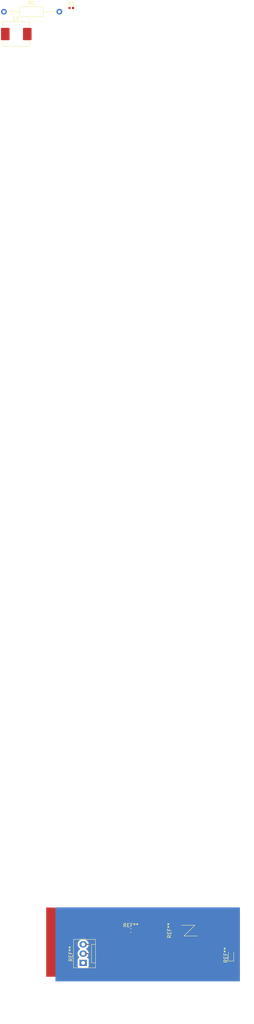
<source format=kicad_pcb>
(kicad_pcb (version 20171130) (host pcbnew "(5.1.4)-1")

  (general
    (thickness 1.6)
    (drawings 0)
    (tracks 13)
    (zones 0)
    (modules 7)
    (nets 4)
  )

  (page A4)
  (layers
    (0 F.Cu signal)
    (31 B.Cu signal hide)
    (32 B.Adhes user hide)
    (33 F.Adhes user hide)
    (34 B.Paste user)
    (35 F.Paste user hide)
    (36 B.SilkS user)
    (37 F.SilkS user)
    (38 B.Mask user)
    (39 F.Mask user)
    (40 Dwgs.User user)
    (41 Cmts.User user)
    (42 Eco1.User user)
    (43 Eco2.User user)
    (44 Edge.Cuts user)
    (45 Margin user)
    (46 B.CrtYd user)
    (47 F.CrtYd user)
    (48 B.Fab user)
    (49 F.Fab user)
  )

  (setup
    (last_trace_width 0.25)
    (trace_clearance 0.2)
    (zone_clearance 0.508)
    (zone_45_only no)
    (trace_min 0.2)
    (via_size 0.8)
    (via_drill 0.4)
    (via_min_size 0.4)
    (via_min_drill 0.3)
    (uvia_size 0.3)
    (uvia_drill 0.1)
    (uvias_allowed no)
    (uvia_min_size 0.2)
    (uvia_min_drill 0.1)
    (edge_width 0.05)
    (segment_width 0.2)
    (pcb_text_width 0.3)
    (pcb_text_size 1.5 1.5)
    (mod_edge_width 0.12)
    (mod_text_size 1 1)
    (mod_text_width 0.15)
    (pad_size 1.524 1.524)
    (pad_drill 0.762)
    (pad_to_mask_clearance 0.051)
    (solder_mask_min_width 0.25)
    (aux_axis_origin 0 0)
    (visible_elements FFFFFF7F)
    (pcbplotparams
      (layerselection 0x010fc_ffffffff)
      (usegerberextensions false)
      (usegerberattributes false)
      (usegerberadvancedattributes false)
      (creategerberjobfile false)
      (excludeedgelayer true)
      (linewidth 0.100000)
      (plotframeref false)
      (viasonmask false)
      (mode 1)
      (useauxorigin false)
      (hpglpennumber 1)
      (hpglpenspeed 20)
      (hpglpendiameter 15.000000)
      (psnegative false)
      (psa4output false)
      (plotreference true)
      (plotvalue true)
      (plotinvisibletext false)
      (padsonsilk false)
      (subtractmaskfromsilk false)
      (outputformat 1)
      (mirror false)
      (drillshape 1)
      (scaleselection 1)
      (outputdirectory ""))
  )

  (net 0 "")
  (net 1 AC)
  (net 2 "Net-(D1-Pad2)")
  (net 3 "Net-(L1-Pad2)")

  (net_class Default "Esta es la clase de red por defecto."
    (clearance 0.2)
    (trace_width 0.25)
    (via_dia 0.8)
    (via_drill 0.4)
    (uvia_dia 0.3)
    (uvia_drill 0.1)
    (add_net AC)
    (add_net "Net-(D1-Pad2)")
    (add_net "Net-(L1-Pad2)")
  )

  (module Inductor_SMD:L_Neosid_Air-Coil_SML_1turn_HDM0131A (layer F.Cu) (tedit 5990349C) (tstamp 5D78A754)
    (at 137.16 104.14 90)
    (descr "Neosid, Air-Coil, SML, 1turn, HDM0131A,")
    (tags "Neosid Air-Coil SML 1turn HDM0131A")
    (attr smd)
    (fp_text reference REF** (at 0 -5.5 90) (layer F.SilkS)
      (effects (font (size 1 1) (thickness 0.15)))
    )
    (fp_text value L_Neosid_Air-Coil_SML_1turn_HDM0131A (at 0 5.5 90) (layer F.Fab)
      (effects (font (size 1 1) (thickness 0.15)))
    )
    (fp_line (start 1.45 1.5) (end 1.45 -2.2) (layer F.SilkS) (width 0.12))
    (fp_line (start -1.5 -1.5) (end -1.5 2.2) (layer F.SilkS) (width 0.12))
    (fp_line (start -1.5 -1.5) (end 1.45 1.5) (layer F.SilkS) (width 0.12))
    (fp_line (start -2 4.45) (end -0.9 4.45) (layer F.CrtYd) (width 0.05))
    (fp_line (start -2 -2) (end -2 4.45) (layer F.CrtYd) (width 0.05))
    (fp_line (start 0.9 -2) (end -2 -2) (layer F.CrtYd) (width 0.05))
    (fp_line (start 0.9 -4.45) (end 0.9 -2) (layer F.CrtYd) (width 0.05))
    (fp_line (start 2 -4.45) (end 0.9 -4.45) (layer F.CrtYd) (width 0.05))
    (fp_line (start 2 2) (end 2 -4.45) (layer F.CrtYd) (width 0.05))
    (fp_line (start -0.9 2) (end 2 2) (layer F.CrtYd) (width 0.05))
    (fp_line (start -0.9 4.45) (end -0.9 2) (layer F.CrtYd) (width 0.05))
    (fp_line (start 1.4 1.4) (end 1.4 -3.5) (layer F.Fab) (width 0.1))
    (fp_line (start -1.5 -1.5) (end 1.4 1.4) (layer F.Fab) (width 0.1))
    (fp_line (start -1.5 3.4) (end -1.5 -1.5) (layer F.Fab) (width 0.1))
    (fp_text user %R (at -0.05 -0.05 90) (layer F.Fab)
      (effects (font (size 0.7 0.7) (thickness 0.105)))
    )
    (pad 2 smd rect (at 1.45 -3.45 90) (size 0.6 1.5) (layers F.Cu F.Paste F.Mask))
    (pad 1 smd rect (at -1.45 3.45 90) (size 0.6 1.5) (layers F.Cu F.Paste F.Mask))
    (model ${KISYS3DMOD}/Inductor_SMD.3dshapes/L_Neosid_Air-Coil_SML_1turn_HDM0131A.wrl
      (at (xyz 0 0 0))
      (scale (xyz 1 1 1))
      (rotate (xyz 0 0 0))
    )
  )

  (module Diode_SMD:D_0603_1608Metric_Pad1.05x0.95mm_HandSolder (layer F.Cu) (tedit 5B4B45C8) (tstamp 5D78A1A1)
    (at 148.59 110.885 90)
    (descr "Diode SMD 0603 (1608 Metric), square (rectangular) end terminal, IPC_7351 nominal, (Body size source: http://www.tortai-tech.com/upload/download/2011102023233369053.pdf), generated with kicad-footprint-generator")
    (tags "diode handsolder")
    (attr smd)
    (fp_text reference REF** (at 0 -1.43 90) (layer F.SilkS)
      (effects (font (size 1 1) (thickness 0.15)))
    )
    (fp_text value D_0603_1608Metric_Pad1.05x0.95mm_HandSolder (at 0 1.43 90) (layer F.Fab)
      (effects (font (size 1 1) (thickness 0.15)))
    )
    (fp_text user %R (at 0 0 90) (layer F.Fab)
      (effects (font (size 0.4 0.4) (thickness 0.06)))
    )
    (fp_line (start 1.65 0.73) (end -1.65 0.73) (layer F.CrtYd) (width 0.05))
    (fp_line (start 1.65 -0.73) (end 1.65 0.73) (layer F.CrtYd) (width 0.05))
    (fp_line (start -1.65 -0.73) (end 1.65 -0.73) (layer F.CrtYd) (width 0.05))
    (fp_line (start -1.65 0.73) (end -1.65 -0.73) (layer F.CrtYd) (width 0.05))
    (fp_line (start -1.66 0.735) (end 0.8 0.735) (layer F.SilkS) (width 0.12))
    (fp_line (start -1.66 -0.735) (end -1.66 0.735) (layer F.SilkS) (width 0.12))
    (fp_line (start 0.8 -0.735) (end -1.66 -0.735) (layer F.SilkS) (width 0.12))
    (fp_line (start 0.8 0.4) (end 0.8 -0.4) (layer F.Fab) (width 0.1))
    (fp_line (start -0.8 0.4) (end 0.8 0.4) (layer F.Fab) (width 0.1))
    (fp_line (start -0.8 -0.1) (end -0.8 0.4) (layer F.Fab) (width 0.1))
    (fp_line (start -0.5 -0.4) (end -0.8 -0.1) (layer F.Fab) (width 0.1))
    (fp_line (start 0.8 -0.4) (end -0.5 -0.4) (layer F.Fab) (width 0.1))
    (pad 2 smd roundrect (at 0.875 0 90) (size 1.05 0.95) (layers F.Cu F.Paste F.Mask) (roundrect_rratio 0.25))
    (pad 1 smd roundrect (at -0.875 0 90) (size 1.05 0.95) (layers F.Cu F.Paste F.Mask) (roundrect_rratio 0.25))
    (model ${KISYS3DMOD}/Diode_SMD.3dshapes/D_0603_1608Metric.wrl
      (at (xyz 0 0 0))
      (scale (xyz 1 1 1))
      (rotate (xyz 0 0 0))
    )
  )

  (module Connector:FanPinHeader_1x03_P2.54mm_Vertical (layer F.Cu) (tedit 5A19DCDF) (tstamp 5D789DDD)
    (at 107.95 113.03 90)
    (descr "3-pin CPU fan Through hole pin header, see http://www.formfactors.org/developer%5Cspecs%5Crev1_2_public.pdf")
    (tags "pin header 3-pin CPU fan")
    (fp_text reference REF** (at 2.5 -3.4 90) (layer F.SilkS)
      (effects (font (size 1 1) (thickness 0.15)))
    )
    (fp_text value FanPinHeader_1x03_P2.54mm_Vertical (at 2.55 4.5 90) (layer F.Fab)
      (effects (font (size 1 1) (thickness 0.15)))
    )
    (fp_line (start 6.85 -3.05) (end 6.85 3.8) (layer F.CrtYd) (width 0.05))
    (fp_line (start 6.85 -3.05) (end -1.75 -3.05) (layer F.CrtYd) (width 0.05))
    (fp_line (start -1.75 3.8) (end 6.85 3.8) (layer F.CrtYd) (width 0.05))
    (fp_line (start -1.75 3.8) (end -1.75 -3.05) (layer F.CrtYd) (width 0.05))
    (fp_line (start 5.08 2.29) (end 5.08 3.3) (layer F.SilkS) (width 0.12))
    (fp_line (start 0 2.29) (end 5.08 2.29) (layer F.SilkS) (width 0.12))
    (fp_line (start 0 3.3) (end 0 2.29) (layer F.SilkS) (width 0.12))
    (fp_line (start 6.35 3.3) (end -1.25 3.3) (layer F.Fab) (width 0.1))
    (fp_line (start 6.35 -2.55) (end 6.35 3.3) (layer F.Fab) (width 0.1))
    (fp_line (start -1.25 -2.55) (end 6.35 -2.55) (layer F.Fab) (width 0.1))
    (fp_line (start -1.25 3.3) (end -1.25 -2.55) (layer F.Fab) (width 0.1))
    (fp_line (start 0 2.3) (end 0 3.3) (layer F.Fab) (width 0.1))
    (fp_line (start 5.05 2.3) (end 0 2.3) (layer F.Fab) (width 0.1))
    (fp_line (start 5.05 3.3) (end 5.05 2.3) (layer F.Fab) (width 0.1))
    (fp_line (start 6.45 3.4) (end -1.35 3.4) (layer F.SilkS) (width 0.12))
    (fp_line (start 6.45 -2.65) (end 6.45 3.4) (layer F.SilkS) (width 0.12))
    (fp_line (start -1.35 -2.65) (end 6.45 -2.65) (layer F.SilkS) (width 0.12))
    (fp_line (start -1.35 3.4) (end -1.35 -2.65) (layer F.SilkS) (width 0.12))
    (fp_text user %R (at 2.45 1.8 90) (layer F.Fab)
      (effects (font (size 1 1) (thickness 0.15)))
    )
    (pad 3 thru_hole oval (at 5.08 0 180) (size 2.03 1.73) (drill 1.02) (layers *.Cu *.Mask))
    (pad 2 thru_hole oval (at 2.54 0 180) (size 2.03 1.73) (drill 1.02) (layers *.Cu *.Mask))
    (pad 1 thru_hole rect (at 0 0 180) (size 2.03 1.73) (drill 1.02) (layers *.Cu *.Mask))
    (model ${KISYS3DMOD}/Connector.3dshapes/FanPinHeader_1x03_P2.54mm_Vertical.wrl
      (at (xyz 0 0 0))
      (scale (xyz 1 1 1))
      (rotate (xyz 0 0 0))
    )
  )

  (module Resistor_SMD:R_0603_1608Metric_Pad1.05x0.95mm_HandSolder (layer F.Cu) (tedit 5B301BBD) (tstamp 5D789B64)
    (at 121.045 104.14)
    (descr "Resistor SMD 0603 (1608 Metric), square (rectangular) end terminal, IPC_7351 nominal with elongated pad for handsoldering. (Body size source: http://www.tortai-tech.com/upload/download/2011102023233369053.pdf), generated with kicad-footprint-generator")
    (tags "resistor handsolder")
    (attr smd)
    (fp_text reference REF** (at 0 -1.43) (layer F.SilkS)
      (effects (font (size 1 1) (thickness 0.15)))
    )
    (fp_text value R_0603_1608Metric_Pad1.05x0.95mm_HandSolder (at 0 1.43) (layer F.Fab)
      (effects (font (size 1 1) (thickness 0.15)))
    )
    (fp_text user %R (at -5.08 -1.27) (layer F.Fab)
      (effects (font (size 0.4 0.4) (thickness 0.06)))
    )
    (fp_line (start 1.65 0.73) (end -1.65 0.73) (layer F.CrtYd) (width 0.05))
    (fp_line (start 1.65 -0.73) (end 1.65 0.73) (layer F.CrtYd) (width 0.05))
    (fp_line (start -1.65 -0.73) (end 1.65 -0.73) (layer F.CrtYd) (width 0.05))
    (fp_line (start -1.65 0.73) (end -1.65 -0.73) (layer F.CrtYd) (width 0.05))
    (fp_line (start -0.171267 0.51) (end 0.171267 0.51) (layer F.SilkS) (width 0.12))
    (fp_line (start -0.171267 -0.51) (end 0.171267 -0.51) (layer F.SilkS) (width 0.12))
    (fp_line (start 0.8 0.4) (end -0.8 0.4) (layer F.Fab) (width 0.1))
    (fp_line (start 0.8 -0.4) (end 0.8 0.4) (layer F.Fab) (width 0.1))
    (fp_line (start -0.8 -0.4) (end 0.8 -0.4) (layer F.Fab) (width 0.1))
    (fp_line (start -0.8 0.4) (end -0.8 -0.4) (layer F.Fab) (width 0.1))
    (pad 2 smd roundrect (at 0.875 0) (size 1.05 0.95) (layers F.Cu F.Paste F.Mask) (roundrect_rratio 0.25))
    (pad 1 smd roundrect (at -0.875 0) (size 1.05 0.95) (layers F.Cu F.Paste F.Mask) (roundrect_rratio 0.25))
    (model ${KISYS3DMOD}/Resistor_SMD.3dshapes/R_0603_1608Metric.wrl
      (at (xyz 0 0 0))
      (scale (xyz 1 1 1))
      (rotate (xyz 0 0 0))
    )
  )

  (module Diode_SMD:D_0402_1005Metric (layer F.Cu) (tedit 5B301BBE) (tstamp 5D788E92)
    (at 104.670001 -149.364999)
    (descr "Diode SMD 0402 (1005 Metric), square (rectangular) end terminal, IPC_7351 nominal, (Body size source: http://www.tortai-tech.com/upload/download/2011102023233369053.pdf), generated with kicad-footprint-generator")
    (tags diode)
    (path /5D7831EA)
    (attr smd)
    (fp_text reference D1 (at 0 -1.17) (layer F.SilkS)
      (effects (font (size 1 1) (thickness 0.15)))
    )
    (fp_text value DIODE (at 0 1.17) (layer F.Fab)
      (effects (font (size 1 1) (thickness 0.15)))
    )
    (fp_circle (center -1.09 0) (end -1.04 0) (layer F.SilkS) (width 0.1))
    (fp_line (start -0.5 0.25) (end -0.5 -0.25) (layer F.Fab) (width 0.1))
    (fp_line (start -0.5 -0.25) (end 0.5 -0.25) (layer F.Fab) (width 0.1))
    (fp_line (start 0.5 -0.25) (end 0.5 0.25) (layer F.Fab) (width 0.1))
    (fp_line (start 0.5 0.25) (end -0.5 0.25) (layer F.Fab) (width 0.1))
    (fp_line (start -0.4 0.25) (end -0.4 -0.25) (layer F.Fab) (width 0.1))
    (fp_line (start -0.3 0.25) (end -0.3 -0.25) (layer F.Fab) (width 0.1))
    (fp_line (start -0.93 0.47) (end -0.93 -0.47) (layer F.CrtYd) (width 0.05))
    (fp_line (start -0.93 -0.47) (end 0.93 -0.47) (layer F.CrtYd) (width 0.05))
    (fp_line (start 0.93 -0.47) (end 0.93 0.47) (layer F.CrtYd) (width 0.05))
    (fp_line (start 0.93 0.47) (end -0.93 0.47) (layer F.CrtYd) (width 0.05))
    (fp_text user %R (at 0 0) (layer F.Fab)
      (effects (font (size 0.25 0.25) (thickness 0.04)))
    )
    (pad 1 smd roundrect (at -0.485 0) (size 0.59 0.64) (layers F.Cu F.Paste F.Mask) (roundrect_rratio 0.25)
      (net 1 AC))
    (pad 2 smd roundrect (at 0.485 0) (size 0.59 0.64) (layers F.Cu F.Paste F.Mask) (roundrect_rratio 0.25)
      (net 2 "Net-(D1-Pad2)"))
    (model ${KISYS3DMOD}/Diode_SMD.3dshapes/D_0402_1005Metric.wrl
      (at (xyz 0 0 0))
      (scale (xyz 1 1 1))
      (rotate (xyz 0 0 0))
    )
  )

  (module Inductor_SMD:L_Abracon_ASPI-0630LR (layer F.Cu) (tedit 5CF3AFF0) (tstamp 5D788EAF)
    (at 89.565001 -142.204999)
    (descr "smd shielded power inductor https://abracon.com/Magnetics/power/ASPI-0630LR.pdf")
    (tags "inductor abracon smd shielded")
    (path /5D783C3F)
    (attr smd)
    (fp_text reference L1 (at 0 -4.25) (layer F.SilkS)
      (effects (font (size 1 1) (thickness 0.15)))
    )
    (fp_text value 10mh (at 0 4.25) (layer F.Fab)
      (effects (font (size 1 1) (thickness 0.15)))
    )
    (fp_line (start 3.6 -3.325) (end 3.6 3.325) (layer F.Fab) (width 0.1))
    (fp_line (start 3.6 3.325) (end -3.6 3.325) (layer F.Fab) (width 0.1))
    (fp_line (start -3.6 3.325) (end -3.6 -3.325) (layer F.Fab) (width 0.1))
    (fp_line (start -3.6 -3.325) (end 3.6 -3.325) (layer F.Fab) (width 0.1))
    (fp_text user %R (at 0 0) (layer F.Fab)
      (effects (font (size 1 1) (thickness 0.15)))
    )
    (fp_line (start -3.7 3.4) (end 3.7 3.4) (layer F.SilkS) (width 0.12))
    (fp_line (start 3.7 3.4) (end 3.7 1.9) (layer F.SilkS) (width 0.12))
    (fp_line (start -3.7 3.4) (end -3.7 1.9) (layer F.SilkS) (width 0.12))
    (fp_line (start 3.7 -3.4) (end -3.7 -3.4) (layer F.SilkS) (width 0.12))
    (fp_line (start -3.7 -3.4) (end -3.7 -1.9) (layer F.SilkS) (width 0.12))
    (fp_line (start 3.7 -3.4) (end 3.7 -1.9) (layer F.SilkS) (width 0.12))
    (fp_line (start 3.85 -3.58) (end -3.85 -3.58) (layer F.CrtYd) (width 0.05))
    (fp_line (start -3.85 -3.58) (end -3.85 -1.95) (layer F.CrtYd) (width 0.05))
    (fp_line (start -3.85 3.58) (end 3.85 3.58) (layer F.CrtYd) (width 0.05))
    (fp_line (start 3.85 3.58) (end 3.85 1.95) (layer F.CrtYd) (width 0.05))
    (fp_line (start -3.85 -1.95) (end -4.45 -1.95) (layer F.CrtYd) (width 0.05))
    (fp_line (start -4.45 -1.95) (end -4.45 1.95) (layer F.CrtYd) (width 0.05))
    (fp_line (start -4.45 1.95) (end -3.85 1.95) (layer F.CrtYd) (width 0.05))
    (fp_line (start -3.85 1.95) (end -3.85 3.58) (layer F.CrtYd) (width 0.05))
    (fp_line (start 3.85 1.95) (end 4.45 1.95) (layer F.CrtYd) (width 0.05))
    (fp_line (start 4.45 1.95) (end 4.45 -1.95) (layer F.CrtYd) (width 0.05))
    (fp_line (start 4.45 -1.95) (end 3.85 -1.95) (layer F.CrtYd) (width 0.05))
    (fp_line (start 3.85 -1.95) (end 3.85 -3.58) (layer F.CrtYd) (width 0.05))
    (pad 1 smd roundrect (at -3.025 0) (size 2.35 3.4) (layers F.Cu F.Paste F.Mask) (roundrect_rratio 0.1)
      (net 2 "Net-(D1-Pad2)"))
    (pad 2 smd roundrect (at 3.025 0) (size 2.35 3.4) (layers F.Cu F.Paste F.Mask) (roundrect_rratio 0.1)
      (net 3 "Net-(L1-Pad2)"))
    (model ${KISYS3DMOD}/Inductor_SMD.3dshapes/L_Abracon_ASPI-0630LR.wrl
      (at (xyz 0 0 0))
      (scale (xyz 1 1 1))
      (rotate (xyz 0 0 0))
    )
  )

  (module Resistor_THT:R_Axial_DIN0207_L6.3mm_D2.5mm_P15.24mm_Horizontal (layer F.Cu) (tedit 5AE5139B) (tstamp 5D788EC6)
    (at 86.165001 -148.334999)
    (descr "Resistor, Axial_DIN0207 series, Axial, Horizontal, pin pitch=15.24mm, 0.25W = 1/4W, length*diameter=6.3*2.5mm^2, http://cdn-reichelt.de/documents/datenblatt/B400/1_4W%23YAG.pdf")
    (tags "Resistor Axial_DIN0207 series Axial Horizontal pin pitch 15.24mm 0.25W = 1/4W length 6.3mm diameter 2.5mm")
    (path /5D784394)
    (fp_text reference R1 (at 7.62 -2.37) (layer F.SilkS)
      (effects (font (size 1 1) (thickness 0.15)))
    )
    (fp_text value 10 (at 7.62 2.37) (layer F.Fab)
      (effects (font (size 1 1) (thickness 0.15)))
    )
    (fp_line (start 4.47 -1.25) (end 4.47 1.25) (layer F.Fab) (width 0.1))
    (fp_line (start 4.47 1.25) (end 10.77 1.25) (layer F.Fab) (width 0.1))
    (fp_line (start 10.77 1.25) (end 10.77 -1.25) (layer F.Fab) (width 0.1))
    (fp_line (start 10.77 -1.25) (end 4.47 -1.25) (layer F.Fab) (width 0.1))
    (fp_line (start 0 0) (end 4.47 0) (layer F.Fab) (width 0.1))
    (fp_line (start 15.24 0) (end 10.77 0) (layer F.Fab) (width 0.1))
    (fp_line (start 4.35 -1.37) (end 4.35 1.37) (layer F.SilkS) (width 0.12))
    (fp_line (start 4.35 1.37) (end 10.89 1.37) (layer F.SilkS) (width 0.12))
    (fp_line (start 10.89 1.37) (end 10.89 -1.37) (layer F.SilkS) (width 0.12))
    (fp_line (start 10.89 -1.37) (end 4.35 -1.37) (layer F.SilkS) (width 0.12))
    (fp_line (start 1.04 0) (end 4.35 0) (layer F.SilkS) (width 0.12))
    (fp_line (start 14.2 0) (end 10.89 0) (layer F.SilkS) (width 0.12))
    (fp_line (start -1.05 -1.5) (end -1.05 1.5) (layer F.CrtYd) (width 0.05))
    (fp_line (start -1.05 1.5) (end 16.29 1.5) (layer F.CrtYd) (width 0.05))
    (fp_line (start 16.29 1.5) (end 16.29 -1.5) (layer F.CrtYd) (width 0.05))
    (fp_line (start 16.29 -1.5) (end -1.05 -1.5) (layer F.CrtYd) (width 0.05))
    (fp_text user %R (at 7.62 0) (layer F.Fab)
      (effects (font (size 1 1) (thickness 0.15)))
    )
    (pad 1 thru_hole circle (at 0 0) (size 1.6 1.6) (drill 0.8) (layers *.Cu *.Mask)
      (net 3 "Net-(L1-Pad2)"))
    (pad 2 thru_hole oval (at 15.24 0) (size 1.6 1.6) (drill 0.8) (layers *.Cu *.Mask)
      (net 1 AC))
    (model ${KISYS3DMOD}/Resistor_THT.3dshapes/R_Axial_DIN0207_L6.3mm_D2.5mm_P15.24mm_Horizontal.wrl
      (at (xyz 0 0 0))
      (scale (xyz 1 1 1))
      (rotate (xyz 0 0 0))
    )
  )

  (segment (start 116.36 107.95) (end 120.17 104.14) (width 0.25) (layer F.Cu) (net 0))
  (segment (start 107.95 107.95) (end 116.36 107.95) (width 0.25) (layer F.Cu) (net 0))
  (segment (start 121.92 104.14) (end 132.08 104.14) (width 0.25) (layer F.Cu) (net 0))
  (segment (start 133.26 102.69) (end 133.71 102.69) (width 0.25) (layer F.Cu) (net 0))
  (segment (start 132.08 103.87) (end 133.26 102.69) (width 0.25) (layer F.Cu) (net 0))
  (segment (start 132.08 104.14) (end 132.08 103.87) (width 0.25) (layer F.Cu) (net 0))
  (segment (start 144.17 105.59) (end 148.59 110.01) (width 0.25) (layer F.Cu) (net 0))
  (segment (start 140.61 105.59) (end 144.17 105.59) (width 0.25) (layer F.Cu) (net 0))
  (segment (start 148.59 111.76) (end 144.78 111.76) (width 0.25) (layer F.Cu) (net 0))
  (segment (start 144.78 111.76) (end 142.24 114.3) (width 0.25) (layer F.Cu) (net 0))
  (segment (start 142.24 114.3) (end 113.03 114.3) (width 0.25) (layer F.Cu) (net 0))
  (segment (start 109.22 110.49) (end 107.95 110.49) (width 0.25) (layer F.Cu) (net 0))
  (segment (start 113.03 114.3) (end 109.22 110.49) (width 0.25) (layer F.Cu) (net 0))

  (zone (net 0) (net_name "") (layer B.Cu) (tstamp 0) (hatch edge 0.508)
    (connect_pads (clearance 0.508))
    (min_thickness 0.254)
    (fill yes (arc_segments 32) (thermal_gap 0.508) (thermal_bridge_width 0.508))
    (polygon
      (pts
        (xy 100.33 97.79) (xy 151.13 97.79) (xy 151.13 118.11) (xy 100.33 118.11)
      )
    )
    (filled_polygon
      (pts
        (xy 150.9125 117.983) (xy 100.457 117.983) (xy 100.457 107.95) (xy 106.292743 107.95) (xy 106.321705 108.244051)
        (xy 106.407476 108.526802) (xy 106.546762 108.787387) (xy 106.734208 109.015792) (xy 106.962613 109.203238) (xy 106.993972 109.22)
        (xy 106.962613 109.236762) (xy 106.734208 109.424208) (xy 106.546762 109.652613) (xy 106.407476 109.913198) (xy 106.321705 110.195949)
        (xy 106.292743 110.49) (xy 106.321705 110.784051) (xy 106.407476 111.066802) (xy 106.546762 111.327387) (xy 106.734208 111.555792)
        (xy 106.74003 111.56057) (xy 106.69082 111.575498) (xy 106.580506 111.634463) (xy 106.483815 111.713815) (xy 106.404463 111.810506)
        (xy 106.345498 111.92082) (xy 106.309188 112.040518) (xy 106.296928 112.165) (xy 106.296928 113.895) (xy 106.309188 114.019482)
        (xy 106.345498 114.13918) (xy 106.404463 114.249494) (xy 106.483815 114.346185) (xy 106.580506 114.425537) (xy 106.69082 114.484502)
        (xy 106.810518 114.520812) (xy 106.935 114.533072) (xy 108.965 114.533072) (xy 109.089482 114.520812) (xy 109.20918 114.484502)
        (xy 109.319494 114.425537) (xy 109.416185 114.346185) (xy 109.495537 114.249494) (xy 109.554502 114.13918) (xy 109.590812 114.019482)
        (xy 109.603072 113.895) (xy 109.603072 112.165) (xy 109.590812 112.040518) (xy 109.554502 111.92082) (xy 109.495537 111.810506)
        (xy 109.416185 111.713815) (xy 109.319494 111.634463) (xy 109.20918 111.575498) (xy 109.15997 111.56057) (xy 109.165792 111.555792)
        (xy 109.353238 111.327387) (xy 109.492524 111.066802) (xy 109.578295 110.784051) (xy 109.607257 110.49) (xy 109.578295 110.195949)
        (xy 109.492524 109.913198) (xy 109.353238 109.652613) (xy 109.165792 109.424208) (xy 108.937387 109.236762) (xy 108.906028 109.22)
        (xy 108.937387 109.203238) (xy 109.165792 109.015792) (xy 109.353238 108.787387) (xy 109.492524 108.526802) (xy 109.578295 108.244051)
        (xy 109.607257 107.95) (xy 109.578295 107.655949) (xy 109.492524 107.373198) (xy 109.353238 107.112613) (xy 109.165792 106.884208)
        (xy 108.937387 106.696762) (xy 108.676802 106.557476) (xy 108.394051 106.471705) (xy 108.17368 106.45) (xy 107.72632 106.45)
        (xy 107.505949 106.471705) (xy 107.223198 106.557476) (xy 106.962613 106.696762) (xy 106.734208 106.884208) (xy 106.546762 107.112613)
        (xy 106.407476 107.373198) (xy 106.321705 107.655949) (xy 106.292743 107.95) (xy 100.457 107.95) (xy 100.457 97.917)
        (xy 150.9125 97.917)
      )
    )
  )
  (zone (net 0) (net_name "") (layer F.Cu) (tstamp 0) (hatch edge 0.508)
    (connect_pads (clearance 0.508))
    (min_thickness 0.254)
    (fill yes (arc_segments 32) (thermal_gap 0.508) (thermal_bridge_width 0.508))
    (polygon
      (pts
        (xy 97.79 97.79) (xy 154.94 99.06) (xy 154.94 116.84) (xy 97.79 116.84)
      )
    )
    (filled_polygon
      (pts
        (xy 150.9125 99.097531) (xy 150.9125 116.713) (xy 97.917 116.713) (xy 97.917 107.95) (xy 106.292743 107.95)
        (xy 106.321705 108.244051) (xy 106.407476 108.526802) (xy 106.546762 108.787387) (xy 106.734208 109.015792) (xy 106.962613 109.203238)
        (xy 106.993972 109.22) (xy 106.962613 109.236762) (xy 106.734208 109.424208) (xy 106.546762 109.652613) (xy 106.407476 109.913198)
        (xy 106.321705 110.195949) (xy 106.292743 110.49) (xy 106.321705 110.784051) (xy 106.407476 111.066802) (xy 106.546762 111.327387)
        (xy 106.734208 111.555792) (xy 106.74003 111.56057) (xy 106.69082 111.575498) (xy 106.580506 111.634463) (xy 106.483815 111.713815)
        (xy 106.404463 111.810506) (xy 106.345498 111.92082) (xy 106.309188 112.040518) (xy 106.296928 112.165) (xy 106.296928 113.895)
        (xy 106.309188 114.019482) (xy 106.345498 114.13918) (xy 106.404463 114.249494) (xy 106.483815 114.346185) (xy 106.580506 114.425537)
        (xy 106.69082 114.484502) (xy 106.810518 114.520812) (xy 106.935 114.533072) (xy 108.965 114.533072) (xy 109.089482 114.520812)
        (xy 109.20918 114.484502) (xy 109.319494 114.425537) (xy 109.416185 114.346185) (xy 109.495537 114.249494) (xy 109.554502 114.13918)
        (xy 109.590812 114.019482) (xy 109.603072 113.895) (xy 109.603072 112.165) (xy 109.590812 112.040518) (xy 109.554502 111.92082)
        (xy 109.529794 111.874595) (xy 112.466201 114.811003) (xy 112.489999 114.840001) (xy 112.605724 114.934974) (xy 112.737753 115.005546)
        (xy 112.881014 115.049003) (xy 112.992667 115.06) (xy 112.992675 115.06) (xy 113.03 115.063676) (xy 113.067325 115.06)
        (xy 142.202678 115.06) (xy 142.24 115.063676) (xy 142.277322 115.06) (xy 142.277333 115.06) (xy 142.388986 115.049003)
        (xy 142.532247 115.005546) (xy 142.664276 114.934974) (xy 142.780001 114.840001) (xy 142.803804 114.810997) (xy 145.094803 112.52)
        (xy 147.617036 112.52) (xy 147.624488 112.533942) (xy 147.733377 112.666623) (xy 147.866058 112.775512) (xy 148.017433 112.856423)
        (xy 148.181684 112.906248) (xy 148.3525 112.923072) (xy 148.8275 112.923072) (xy 148.998316 112.906248) (xy 149.162567 112.856423)
        (xy 149.313942 112.775512) (xy 149.446623 112.666623) (xy 149.555512 112.533942) (xy 149.636423 112.382567) (xy 149.686248 112.218316)
        (xy 149.703072 112.0475) (xy 149.703072 111.4725) (xy 149.686248 111.301684) (xy 149.636423 111.137433) (xy 149.555512 110.986058)
        (xy 149.472575 110.885) (xy 149.555512 110.783942) (xy 149.636423 110.632567) (xy 149.686248 110.468316) (xy 149.703072 110.2975)
        (xy 149.703072 109.7225) (xy 149.686248 109.551684) (xy 149.636423 109.387433) (xy 149.555512 109.236058) (xy 149.446623 109.103377)
        (xy 149.313942 108.994488) (xy 149.162567 108.913577) (xy 148.998316 108.863752) (xy 148.8275 108.846928) (xy 148.50173 108.846928)
        (xy 144.733804 105.079003) (xy 144.710001 105.049999) (xy 144.594276 104.955026) (xy 144.462247 104.884454) (xy 144.318986 104.840997)
        (xy 144.207333 104.83) (xy 144.207322 104.83) (xy 144.17 104.826324) (xy 144.132678 104.83) (xy 141.800444 104.83)
        (xy 141.714494 104.759463) (xy 141.60418 104.700498) (xy 141.484482 104.664188) (xy 141.36 104.651928) (xy 139.86 104.651928)
        (xy 139.735518 104.664188) (xy 139.61582 104.700498) (xy 139.505506 104.759463) (xy 139.408815 104.838815) (xy 139.329463 104.935506)
        (xy 139.270498 105.04582) (xy 139.234188 105.165518) (xy 139.221928 105.29) (xy 139.221928 105.89) (xy 139.234188 106.014482)
        (xy 139.270498 106.13418) (xy 139.329463 106.244494) (xy 139.408815 106.341185) (xy 139.505506 106.420537) (xy 139.61582 106.479502)
        (xy 139.735518 106.515812) (xy 139.86 106.528072) (xy 141.36 106.528072) (xy 141.484482 106.515812) (xy 141.60418 106.479502)
        (xy 141.714494 106.420537) (xy 141.800444 106.35) (xy 143.855199 106.35) (xy 147.476928 109.97173) (xy 147.476928 110.2975)
        (xy 147.493752 110.468316) (xy 147.543577 110.632567) (xy 147.624488 110.783942) (xy 147.707425 110.885) (xy 147.624488 110.986058)
        (xy 147.617036 111) (xy 144.817322 111) (xy 144.779999 110.996324) (xy 144.742676 111) (xy 144.742667 111)
        (xy 144.631014 111.010997) (xy 144.487753 111.054454) (xy 144.355724 111.125026) (xy 144.355722 111.125027) (xy 144.355723 111.125027)
        (xy 144.268996 111.196201) (xy 144.268992 111.196205) (xy 144.239999 111.219999) (xy 144.216205 111.248992) (xy 141.925199 113.54)
        (xy 113.344802 113.54) (xy 109.783804 109.979003) (xy 109.760001 109.949999) (xy 109.644276 109.855026) (xy 109.512247 109.784454)
        (xy 109.406575 109.752399) (xy 109.353238 109.652613) (xy 109.165792 109.424208) (xy 108.937387 109.236762) (xy 108.906028 109.22)
        (xy 108.937387 109.203238) (xy 109.165792 109.015792) (xy 109.353238 108.787387) (xy 109.394602 108.71) (xy 116.322678 108.71)
        (xy 116.36 108.713676) (xy 116.397322 108.71) (xy 116.397333 108.71) (xy 116.508986 108.699003) (xy 116.652247 108.655546)
        (xy 116.784276 108.584974) (xy 116.900001 108.490001) (xy 116.923804 108.460997) (xy 120.13173 105.253072) (xy 120.4575 105.253072)
        (xy 120.628316 105.236248) (xy 120.792567 105.186423) (xy 120.943942 105.105512) (xy 121.045 105.022575) (xy 121.146058 105.105512)
        (xy 121.297433 105.186423) (xy 121.461684 105.236248) (xy 121.6325 105.253072) (xy 122.2075 105.253072) (xy 122.378316 105.236248)
        (xy 122.542567 105.186423) (xy 122.693942 105.105512) (xy 122.826623 104.996623) (xy 122.90592 104.9) (xy 132.042667 104.9)
        (xy 132.08 104.903677) (xy 132.117333 104.9) (xy 132.228986 104.889003) (xy 132.372247 104.845546) (xy 132.504276 104.774974)
        (xy 132.620001 104.680001) (xy 132.714974 104.564276) (xy 132.785546 104.432247) (xy 132.829003 104.288986) (xy 132.839184 104.185617)
        (xy 133.39673 103.628072) (xy 134.46 103.628072) (xy 134.584482 103.615812) (xy 134.70418 103.579502) (xy 134.814494 103.520537)
        (xy 134.911185 103.441185) (xy 134.990537 103.344494) (xy 135.049502 103.23418) (xy 135.085812 103.114482) (xy 135.098072 102.99)
        (xy 135.098072 102.39) (xy 135.085812 102.265518) (xy 135.049502 102.14582) (xy 134.990537 102.035506) (xy 134.911185 101.938815)
        (xy 134.814494 101.859463) (xy 134.70418 101.800498) (xy 134.584482 101.764188) (xy 134.46 101.751928) (xy 132.96 101.751928)
        (xy 132.835518 101.764188) (xy 132.71582 101.800498) (xy 132.605506 101.859463) (xy 132.508815 101.938815) (xy 132.429463 102.035506)
        (xy 132.370498 102.14582) (xy 132.334188 102.265518) (xy 132.321928 102.39) (xy 132.321928 102.55327) (xy 131.569001 103.306198)
        (xy 131.539999 103.329999) (xy 131.498964 103.38) (xy 122.90592 103.38) (xy 122.826623 103.283377) (xy 122.693942 103.174488)
        (xy 122.542567 103.093577) (xy 122.378316 103.043752) (xy 122.2075 103.026928) (xy 121.6325 103.026928) (xy 121.461684 103.043752)
        (xy 121.297433 103.093577) (xy 121.146058 103.174488) (xy 121.045 103.257425) (xy 120.943942 103.174488) (xy 120.792567 103.093577)
        (xy 120.628316 103.043752) (xy 120.4575 103.026928) (xy 119.8825 103.026928) (xy 119.711684 103.043752) (xy 119.547433 103.093577)
        (xy 119.396058 103.174488) (xy 119.263377 103.283377) (xy 119.154488 103.416058) (xy 119.073577 103.567433) (xy 119.023752 103.731684)
        (xy 119.006928 103.9025) (xy 119.006928 104.22827) (xy 116.045199 107.19) (xy 109.394602 107.19) (xy 109.353238 107.112613)
        (xy 109.165792 106.884208) (xy 108.937387 106.696762) (xy 108.676802 106.557476) (xy 108.394051 106.471705) (xy 108.17368 106.45)
        (xy 107.72632 106.45) (xy 107.505949 106.471705) (xy 107.223198 106.557476) (xy 106.962613 106.696762) (xy 106.734208 106.884208)
        (xy 106.546762 107.112613) (xy 106.407476 107.373198) (xy 106.321705 107.655949) (xy 106.292743 107.95) (xy 97.917 107.95)
        (xy 97.917 97.919854)
      )
    )
    (filled_polygon
      (pts
        (xy 109.255405 111.600206) (xy 109.20918 111.575498) (xy 109.15997 111.56057) (xy 109.165792 111.555792) (xy 109.186166 111.530967)
      )
    )
  )
)

</source>
